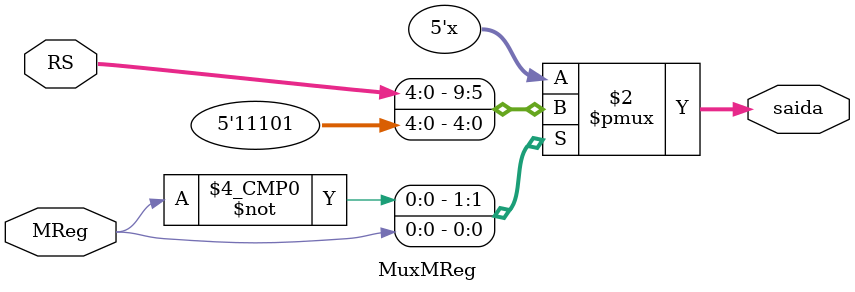
<source format=v>
module MuxMReg(MReg, RS, saida);

input MReg;
input [4:0] RS;
output reg [4:0] saida;

always @(MReg)
begin

case(MReg)
1'd0:saida <= RS;
1'd1:saida <= 5'd29;
endcase

end
endmodule

</source>
